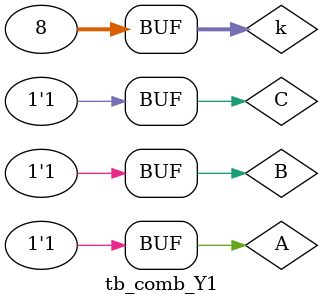
<source format=v>

`include "comb_Y1.v"

module tb_comb_Y1;

    parameter STEP = 8;
    integer k;

    wire Y;
    reg A, B, C;

    comb_Y1 a(Y, A, B, C);

    initial begin
        {A, B, C} = 3'b0;
        for ( k=1; k<STEP; k=k+1 )
            #1 {A, B, C} = {A, B, C} + 1'b1;
    end

    initial begin
        $monitor("At time %4t, A=%b, B=%b, C=%b, Y=%b",
                    $time, A, B, C, Y);
    end

endmodule

</source>
